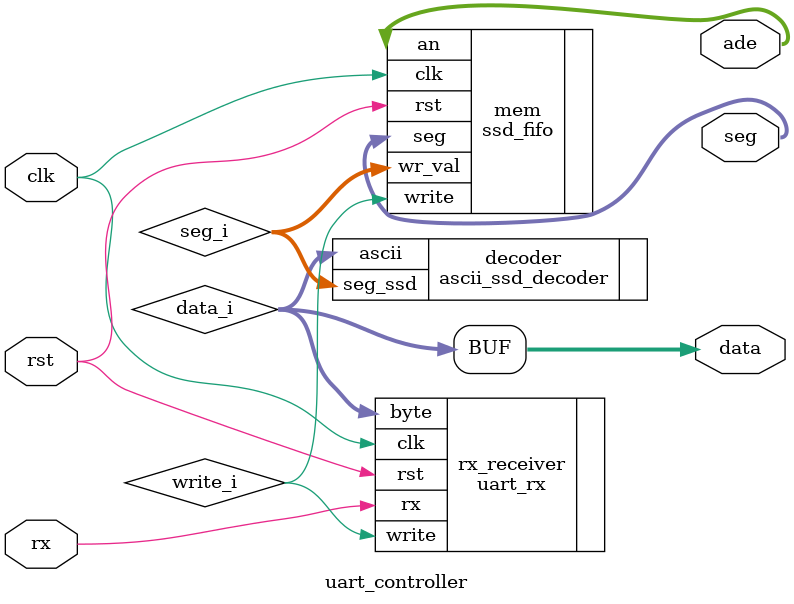
<source format=v>
module uart_controller (
    input  wire        clk,
    input  wire        rst,
    input  wire        rx,
    output wire [7:0]  data,
    output wire [6:0]  seg,
    output wire [3:0]  ade
);

    // internal signals
    wire [7:0] data_i;
    wire [6:0] seg_i;
    wire       write_i;
    
    // instantiate modules
    uart_rx rx_receiver (
        .clk   (clk),
        .rst   (rst),
        .rx    (rx),
        .byte  (data_i),    // needs to be propagated to the decoder
        .write (write_i)    // needs to be passed to ssd_fifo module
    );
    
    ascii_ssd_decoder decoder (
        .ascii   (data_i),  // data is originally in ascii, we need to convert
        .seg_ssd (seg_i)
    );
    
    ssd_fifo mem (
        .clk    (clk),
        .rst    (rst),
        .wr_val (seg_i),
        .write  (write_i),
        .seg    (seg),
        .an     (ade)
    );
    
    // final output assignment
    assign data = data_i;
    
endmodule

</source>
